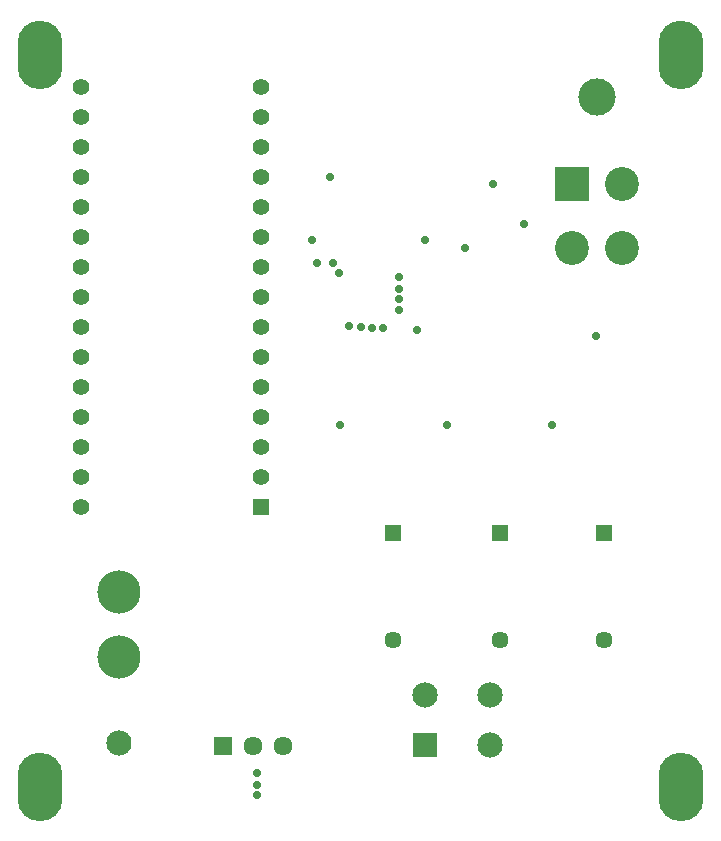
<source format=gbs>
G04*
G04 #@! TF.GenerationSoftware,Altium Limited,Altium Designer,23.6.0 (18)*
G04*
G04 Layer_Color=16711935*
%FSLAX44Y44*%
%MOMM*%
G71*
G04*
G04 #@! TF.SameCoordinates,002E3AE9-4B00-44C7-B55F-2903AD9EE070*
G04*
G04*
G04 #@! TF.FilePolarity,Negative*
G04*
G01*
G75*
%ADD32O,3.8016X5.8016*%
%ADD33C,3.6576*%
%ADD34C,2.1336*%
%ADD35C,1.4140*%
%ADD36R,1.4140X1.4140*%
%ADD37C,3.1516*%
%ADD38C,2.8766*%
%ADD39R,2.8766X2.8766*%
%ADD40R,2.1500X2.1500*%
%ADD41C,2.1500*%
%ADD42C,1.6096*%
%ADD43R,1.6096X1.6096*%
%ADD44R,1.4516X1.4516*%
%ADD45C,1.4516*%
%ADD46C,0.7112*%
D32*
X23000Y652200D02*
D03*
X566300D02*
D03*
X566300Y32300D02*
D03*
X23000D02*
D03*
D33*
X90345Y197400D02*
D03*
Y142400D02*
D03*
D34*
Y69400D02*
D03*
D35*
X210800Y472100D02*
D03*
Y497500D02*
D03*
Y522900D02*
D03*
Y548300D02*
D03*
Y599100D02*
D03*
Y624500D02*
D03*
X58400D02*
D03*
X210800Y573700D02*
D03*
X58400Y345100D02*
D03*
Y268900D02*
D03*
Y294300D02*
D03*
Y319700D02*
D03*
Y370500D02*
D03*
Y395900D02*
D03*
Y421300D02*
D03*
Y446700D02*
D03*
Y472100D02*
D03*
Y497500D02*
D03*
Y522900D02*
D03*
Y548300D02*
D03*
Y573700D02*
D03*
Y599100D02*
D03*
X210800Y446700D02*
D03*
Y421300D02*
D03*
Y395900D02*
D03*
Y370500D02*
D03*
Y345100D02*
D03*
Y319700D02*
D03*
Y294300D02*
D03*
D36*
Y268900D02*
D03*
D37*
X495000Y616000D02*
D03*
D38*
X516000Y488000D02*
D03*
X474000D02*
D03*
X516000Y543000D02*
D03*
D39*
X474000D02*
D03*
D40*
X349220Y67681D02*
D03*
D41*
Y109681D02*
D03*
X404220Y67681D02*
D03*
Y109681D02*
D03*
D42*
X229300Y66700D02*
D03*
X203900D02*
D03*
D43*
X178500D02*
D03*
D44*
X501200Y246800D02*
D03*
X322300D02*
D03*
X412400D02*
D03*
D45*
X501200Y156800D02*
D03*
X322300D02*
D03*
X412400D02*
D03*
D46*
X383017Y488414D02*
D03*
X433200Y508500D02*
D03*
X456700Y338315D02*
D03*
X348871Y495471D02*
D03*
X493900Y414300D02*
D03*
X253599Y495243D02*
D03*
X406659Y542669D02*
D03*
X269100Y548300D02*
D03*
X313542Y420400D02*
D03*
X327362Y436160D02*
D03*
X327296Y445093D02*
D03*
X304400Y421100D02*
D03*
X327258Y454000D02*
D03*
X294700Y421700D02*
D03*
X327258Y464200D02*
D03*
X285200Y422400D02*
D03*
X277665Y338315D02*
D03*
X271497Y475900D02*
D03*
X276229Y467391D02*
D03*
X257700Y475900D02*
D03*
X342664Y418848D02*
D03*
X207300Y43600D02*
D03*
Y34100D02*
D03*
Y25300D02*
D03*
X367900Y338315D02*
D03*
M02*

</source>
